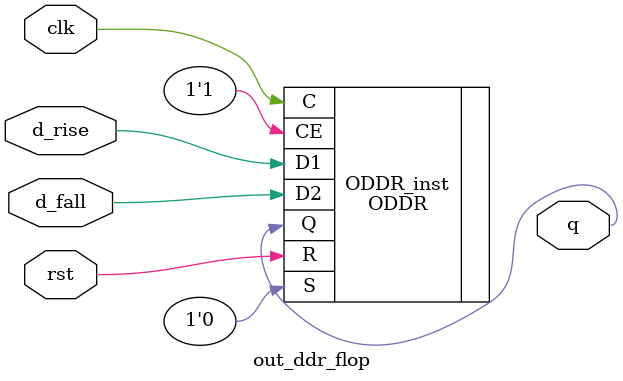
<source format=v>

`timescale 1ns/1ps


module out_ddr_flop (
  input            clk,          // Destination clock
  input            rst,          // Reset - synchronous to destination clock
  input            d_rise,       // Data for the rising edge of clock
  input            d_fall,       // Data for the falling edge of clock
  output           q             // Double data rate output
);


//***************************************************************************
// Register declarations
//***************************************************************************

//***************************************************************************
// Code
//***************************************************************************

   // ODDR: Output Double Data Rate Output Register with Set, Reset
   //       and Clock Enable.
   //       Virtex-4/5
   // Xilinx HDL Language Template, version 11.1

   ODDR #(
      .DDR_CLK_EDGE("OPPOSITE_EDGE"), // "OPPOSITE_EDGE" or "SAME_EDGE" 
      .INIT(1'b0),    // Initial value of Q: 1'b0 or 1'b1
      .SRTYPE("SYNC") // Set/Reset type: "SYNC" or "ASYNC" 
   ) ODDR_inst (
      .Q   (q),      // 1-bit DDR output
      .C   (clk),    // 1-bit clock input
      .CE  (1'b1),   // 1-bit clock enable input
      .D1  (d_rise), // 1-bit data input (positive edge)
      .D2  (d_fall), // 1-bit data input (negative edge)
      .R   (rst),    // 1-bit reset
      .S   (1'b0)    // 1-bit set
   );

   // End of ODDR_inst instantiation

endmodule


</source>
